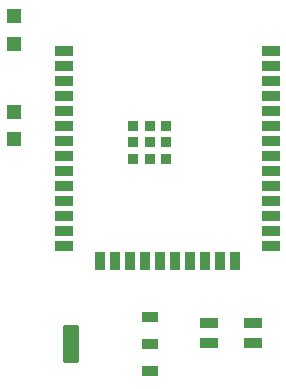
<source format=gtp>
G04*
G04 #@! TF.GenerationSoftware,Altium Limited,Altium Designer,22.1.2 (22)*
G04*
G04 Layer_Color=8421504*
%FSLAX43Y43*%
%MOMM*%
G71*
G04*
G04 #@! TF.SameCoordinates,789559D7-4389-4A6F-8FAE-C72B44BD11BC*
G04*
G04*
G04 #@! TF.FilePolarity,Positive*
G04*
G01*
G75*
%ADD14R,1.490X0.960*%
%ADD15R,1.500X0.900*%
%ADD16R,0.900X1.500*%
%ADD17R,0.900X0.900*%
G04:AMPARAMS|DCode=18|XSize=1.31mm|YSize=0.93mm|CornerRadius=0.07mm|HoleSize=0mm|Usage=FLASHONLY|Rotation=180.000|XOffset=0mm|YOffset=0mm|HoleType=Round|Shape=RoundedRectangle|*
%AMROUNDEDRECTD18*
21,1,1.310,0.791,0,0,180.0*
21,1,1.171,0.930,0,0,180.0*
1,1,0.140,-0.585,0.395*
1,1,0.140,0.585,0.395*
1,1,0.140,0.585,-0.395*
1,1,0.140,-0.585,-0.395*
%
%ADD18ROUNDEDRECTD18*%
G04:AMPARAMS|DCode=19|XSize=1.31mm|YSize=3.24mm|CornerRadius=0.098mm|HoleSize=0mm|Usage=FLASHONLY|Rotation=180.000|XOffset=0mm|YOffset=0mm|HoleType=Round|Shape=RoundedRectangle|*
%AMROUNDEDRECTD19*
21,1,1.310,3.044,0,0,180.0*
21,1,1.114,3.240,0,0,180.0*
1,1,0.197,-0.557,1.522*
1,1,0.197,0.557,1.522*
1,1,0.197,0.557,-1.522*
1,1,0.197,-0.557,-1.522*
%
%ADD19ROUNDEDRECTD19*%
%ADD20R,1.150X1.150*%
D14*
X164846Y93775D02*
D03*
Y95455D02*
D03*
X161163Y93775D02*
D03*
Y95455D02*
D03*
D15*
X148870Y118491D02*
D03*
Y117221D02*
D03*
Y115951D02*
D03*
Y114681D02*
D03*
Y113411D02*
D03*
Y112141D02*
D03*
Y110871D02*
D03*
Y109601D02*
D03*
Y108331D02*
D03*
Y107061D02*
D03*
Y105791D02*
D03*
Y104521D02*
D03*
Y103251D02*
D03*
Y101981D02*
D03*
X166370D02*
D03*
Y103251D02*
D03*
Y104521D02*
D03*
Y105791D02*
D03*
Y107061D02*
D03*
Y108331D02*
D03*
Y109601D02*
D03*
Y110871D02*
D03*
Y112141D02*
D03*
Y113411D02*
D03*
Y114681D02*
D03*
Y115951D02*
D03*
Y117221D02*
D03*
Y118491D02*
D03*
D16*
X151905Y100731D02*
D03*
X153175D02*
D03*
X154445D02*
D03*
X155715D02*
D03*
X156985D02*
D03*
X158255D02*
D03*
X159525D02*
D03*
X160795D02*
D03*
X162065D02*
D03*
X163335D02*
D03*
D17*
X154720Y112171D02*
D03*
Y110771D02*
D03*
Y109371D02*
D03*
X156120D02*
D03*
X157520D02*
D03*
Y110771D02*
D03*
Y112171D02*
D03*
X156120D02*
D03*
Y110771D02*
D03*
D18*
X156126Y91436D02*
D03*
Y93726D02*
D03*
Y96016D02*
D03*
D19*
X149436Y93726D02*
D03*
D20*
X144601Y111022D02*
D03*
Y113372D02*
D03*
Y121476D02*
D03*
Y119126D02*
D03*
M02*

</source>
